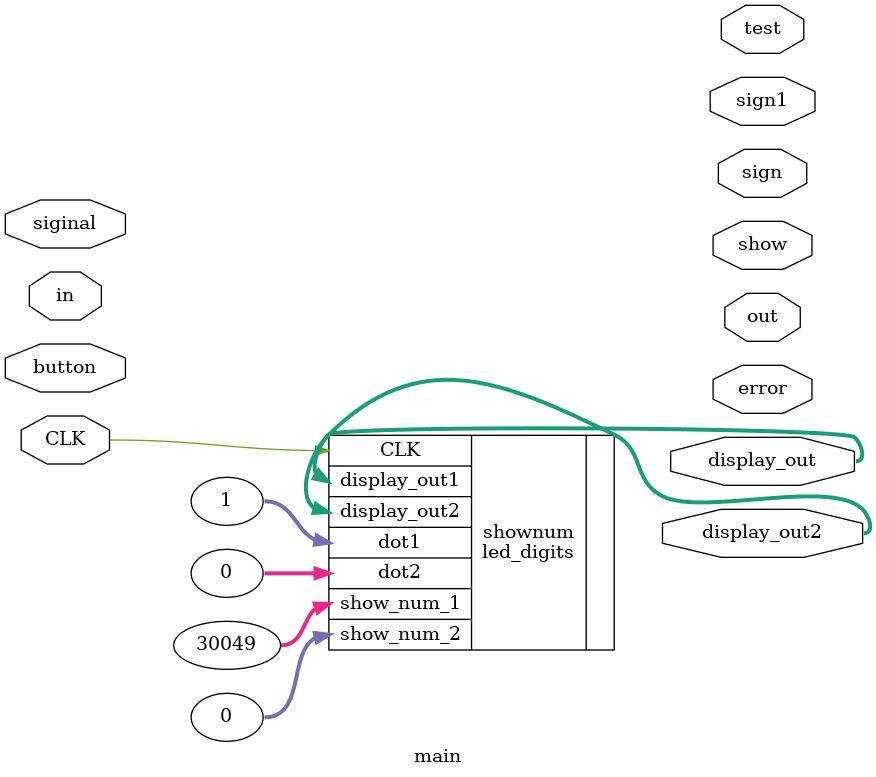
<source format=v>
`timescale 1ns / 1ps


module main(
    input CLK,
    input [7:0] in,
    output reg [7:0] show,
    output reg [2:0] out,
    output reg error,
    output reg sign,
    output reg sign1,
    output reg test,
    output wire[11:0] display_out,
    output wire[11:0] display_out2,
    input button,
    input siginal
    );
    led_digits shownum(.CLK(CLK),.show_num_1('b0111010101100001),.dot1('b0001),.show_num_2(0),.dot2(0),.display_out1(display_out),.display_out2(display_out2));
    
endmodule

</source>
